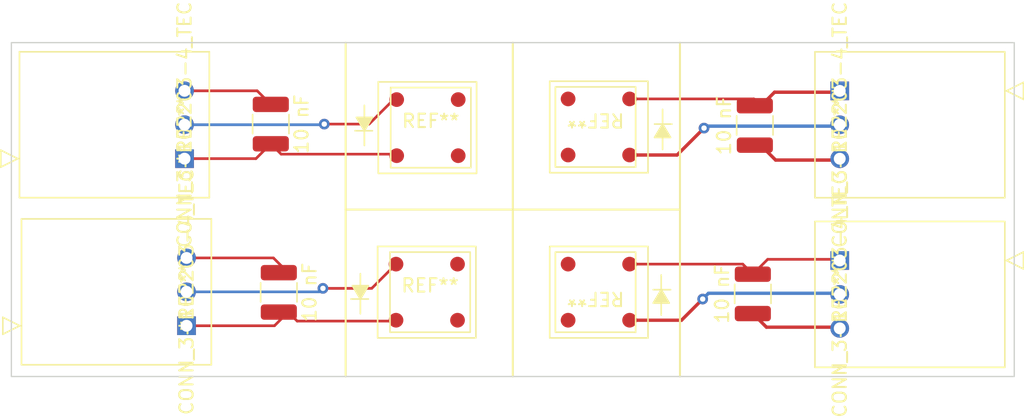
<source format=kicad_pcb>
(kicad_pcb (version 20211014) (generator pcbnew)
  (layers (0 "F.Cu" signal) (31 "B.Cu" signal) (34 "B.Paste" user) (35 "F.Paste" user) (36 "B.SilkS" user "B.Silkscreen") (37 "F.SilkS" user "F.Silkscreen") (38 "B.Mask" user) (39 "F.Mask" user) (44 "Edge.Cuts" user))
  (net 0 "")
  (footprint "AMPMODU:3-102203-4" (layer "F.Cu") (at 87.9501 58.6875 90)
    (fp_text reference "REF**" (at 2.54 0 90) (layer "F.SilkS"))
    (fp_text value "CONN_3-102203-4_TEC" (at 2.54 0 90) (layer "F.SilkS"))
    (fp_text user "*" (at 0 0 90) (layer "F.SilkS"))
    (fp_line (start 0.635 -13.7414) (end 0 -12.4714) (layer "F.SilkS") (width 0.12))
    (fp_line (start 8.001 1.8542) (end 8.001 -12.3444) (layer "F.SilkS") (width 0.12))
    (fp_line (start 0 -12.4714) (end -0.635 -13.7414) (layer "F.SilkS") (width 0.12))
    (fp_line (start -2.921 1.8542) (end 8.001 1.8542) (layer "F.SilkS") (width 0.12))
    (fp_line (start -2.921 -12.3444) (end -2.921 1.8542) (layer "F.SilkS") (width 0.12))
    (fp_line (start 8.001 -12.3444) (end -2.921 -12.3444) (layer "F.SilkS") (width 0.12))
    (fp_line (start -0.635 -13.7414) (end 0.635 -13.7414) (layer "F.SilkS") (width 0.12))
    (pad "1" thru_hole rect locked (at 0 0 90) (size 1.397 1.397) (drill 0.889) (layers *.Cu *.Mask))
    (pad "2" thru_hole circle locked (at 2.54 0 90) (size 1.397 1.397) (drill 0.889) (layers *.Cu *.Mask))
    (pad "3" thru_hole circle locked (at 5.08 0 90) (size 1.397 1.397) (drill 0.889) (layers *.Cu *.Mask))
  )
  (footprint "SiPM:S13360-6025PE" (layer "F.Cu") (at 106.3151 68.6849)
    (fp_text reference "REF**" (at 0 -0.5 unlocked) (layer "F.SilkS"))
    (fp_text value "S13360-6025PE")
    (fp_rect (start -3.925 -3.425) (end 3.425 3.425) (layer "F.SilkS") (width 0.12) (fill none))
    (fp_rect (start -3 -3) (end 3 3) (layer "F.SilkS") (width 0.12) (fill none))
    (pad "1" smd circle (at 2.05 -2.1) (size 1.1 1.1) (layers "F.Cu" "F.Paste" "F.Mask"))
    (pad "2" smd circle (at -2.55 -2.1) (size 1.1 1.1) (layers "F.Cu" "F.Paste" "F.Mask"))
    (pad "3" smd circle (at -2.55 2.1) (size 1.1 1.1) (layers "F.Cu" "F.Paste" "F.Mask"))
    (pad "4" smd circle (at 2.05 2.1) (size 1.1 1.1) (layers "F.Cu" "F.Paste" "F.Mask"))
  )
  (footprint "AMPMODU:3-102203-4" (layer "F.Cu") (at 136.9499 53.6125 -90)
    (fp_text reference "REF**" (at 2.54 0 90) (layer "F.SilkS"))
    (fp_text value "CONN_3-102203-4_TEC" (at 2.54 0 90) (layer "F.SilkS"))
    (fp_text user "*" (at 0 0 90) (layer "F.SilkS"))
    (fp_line (start 0.635 -13.7414) (end 0 -12.4714) (layer "F.SilkS") (width 0.12))
    (fp_line (start 8.001 1.8542) (end 8.001 -12.3444) (layer "F.SilkS") (width 0.12))
    (fp_line (start 0 -12.4714) (end -0.635 -13.7414) (layer "F.SilkS") (width 0.12))
    (fp_line (start -2.921 1.8542) (end 8.001 1.8542) (layer "F.SilkS") (width 0.12))
    (fp_line (start -2.921 -12.3444) (end -2.921 1.8542) (layer "F.SilkS") (width 0.12))
    (fp_line (start 8.001 -12.3444) (end -2.921 -12.3444) (layer "F.SilkS") (width 0.12))
    (fp_line (start -0.635 -13.7414) (end 0.635 -13.7414) (layer "F.SilkS") (width 0.12))
    (pad "1" thru_hole rect locked (at 0 0 270) (size 1.397 1.397) (drill 0.889) (layers *.Cu *.Mask))
    (pad "2" thru_hole circle locked (at 2.54 0 270) (size 1.397 1.397) (drill 0.889) (layers *.Cu *.Mask))
    (pad "3" thru_hole circle locked (at 5.08 0 270) (size 1.397 1.397) (drill 0.889) (layers *.Cu *.Mask))
  )
  (footprint "SiPM:S13360-6025PE" (layer "F.Cu") (at 106.3651 56.3651)
    (fp_text reference "REF**" (at 0 -0.5 unlocked) (layer "F.SilkS"))
    (fp_text value "S13360-6025PE")
    (fp_rect (start -3.925 -3.425) (end 3.425 3.425) (layer "F.SilkS") (width 0.12) (fill none))
    (fp_rect (start -3 -3) (end 3 3) (layer "F.SilkS") (width 0.12) (fill none))
    (pad "1" smd circle (at 2.05 -2.1) (size 1.1 1.1) (layers "F.Cu" "F.Paste" "F.Mask"))
    (pad "2" smd circle (at -2.55 -2.1) (size 1.1 1.1) (layers "F.Cu" "F.Paste" "F.Mask"))
    (pad "3" smd circle (at -2.55 2.1) (size 1.1 1.1) (layers "F.Cu" "F.Paste" "F.Mask"))
    (pad "4" smd circle (at 2.05 2.1) (size 1.1 1.1) (layers "F.Cu" "F.Paste" "F.Mask"))
  )
  (footprint "SiPM:S13360-6025PE" (layer "F.Cu") (at 118.6849 56.3151 180)
    (fp_text reference "REF**" (at 0 0.5 180 unlocked) (layer "F.SilkS"))
    (fp_text value "S13360-6025PE")
    (fp_rect (start -3.925 -3.425) (end 3.425 3.425) (layer "F.SilkS") (width 0.12) (fill none))
    (fp_rect (start -3 -3) (end 3 3) (layer "F.SilkS") (width 0.12) (fill none))
    (pad "1" smd circle (at 2.05 -2.1 180) (size 1.1 1.1) (layers "F.Cu" "F.Paste" "F.Mask"))
    (pad "2" smd circle (at -2.55 -2.1 180) (size 1.1 1.1) (layers "F.Cu" "F.Paste" "F.Mask"))
    (pad "3" smd circle (at -2.55 2.1 180) (size 1.1 1.1) (layers "F.Cu" "F.Paste" "F.Mask"))
    (pad "4" smd circle (at 2.05 2.1 180) (size 1.1 1.1) (layers "F.Cu" "F.Paste" "F.Mask"))
  )
  (footprint "Capacitor_SMD:C_1210_3225Metric" (layer "F.Cu") (at 130.6 56.2 90)
    (fp_text reference "10 nF" (at 0 -2.3 90) (layer "F.SilkS"))
    (fp_text value "C_1210_3225Metric")
    (fp_line (start -0.711252 -1.36) (end 0.711252 -1.36) (layer "F.SilkS") (width 0.12))
    (fp_line (start -0.711252 1.36) (end 0.711252 1.36) (layer "F.SilkS") (width 0.12))
    (pad "1" smd roundrect (at -1.475 0 90) (size 1.15 2.7) (layers "F.Cu" "F.Paste" "F.Mask") (roundrect_rratio 0.2173913043))
    (pad "2" smd roundrect (at 1.475 0 90) (size 1.15 2.7) (layers "F.Cu" "F.Paste" "F.Mask") (roundrect_rratio 0.2173913043))
  )
  (footprint "Capacitor_SMD:C_1210_3225Metric" (layer "F.Cu") (at 95 68.7 -90)
    (fp_text reference "10 nF" (at 0 -2.3 90) (layer "F.SilkS"))
    (fp_text value "C_1210_3225Metric")
    (fp_line (start -0.711252 -1.36) (end 0.711252 -1.36) (layer "F.SilkS") (width 0.12))
    (fp_line (start -0.711252 1.36) (end 0.711252 1.36) (layer "F.SilkS") (width 0.12))
    (pad "1" smd roundrect (at -1.475 0 270) (size 1.15 2.7) (layers "F.Cu" "F.Paste" "F.Mask") (roundrect_rratio 0.2173913043))
    (pad "2" smd roundrect (at 1.475 0 270) (size 1.15 2.7) (layers "F.Cu" "F.Paste" "F.Mask") (roundrect_rratio 0.2173913043))
  )
  (footprint "AMPMODU:3-102203-4" (layer "F.Cu") (at 136.9499 66.3125 -90)
    (fp_text reference "REF**" (at 2.54 0 90) (layer "F.SilkS"))
    (fp_text value "CONN_3-102203-4_TEC" (at 2.54 0 90) (layer "F.SilkS"))
    (fp_text user "*" (at 0 0 90) (layer "F.SilkS"))
    (fp_line (start 0.635 -13.7414) (end 0 -12.4714) (layer "F.SilkS") (width 0.12))
    (fp_line (start 8.001 1.8542) (end 8.001 -12.3444) (layer "F.SilkS") (width 0.12))
    (fp_line (start 0 -12.4714) (end -0.635 -13.7414) (layer "F.SilkS") (width 0.12))
    (fp_line (start -2.921 1.8542) (end 8.001 1.8542) (layer "F.SilkS") (width 0.12))
    (fp_line (start -2.921 -12.3444) (end -2.921 1.8542) (layer "F.SilkS") (width 0.12))
    (fp_line (start 8.001 -12.3444) (end -2.921 -12.3444) (layer "F.SilkS") (width 0.12))
    (fp_line (start -0.635 -13.7414) (end 0.635 -13.7414) (layer "F.SilkS") (width 0.12))
    (pad "1" thru_hole rect locked (at 0 0 270) (size 1.397 1.397) (drill 0.889) (layers *.Cu *.Mask))
    (pad "2" thru_hole circle locked (at 2.54 0 270) (size 1.397 1.397) (drill 0.889) (layers *.Cu *.Mask))
    (pad "3" thru_hole circle locked (at 5.08 0 270) (size 1.397 1.397) (drill 0.889) (layers *.Cu *.Mask))
  )
  (footprint "AMPMODU:3-102203-4" (layer "F.Cu") (at 88.1 71.2 90)
    (fp_text reference "REF**" (at 2.54 0 90) (layer "F.SilkS"))
    (fp_text value "CONN_3-102203-4_TEC" (at 2.54 0 90) (layer "F.SilkS"))
    (fp_text user "*" (at 0 0 90) (layer "F.SilkS"))
    (fp_line (start 0.635 -13.7414) (end 0 -12.4714) (layer "F.SilkS") (width 0.12))
    (fp_line (start 8.001 1.8542) (end 8.001 -12.3444) (layer "F.SilkS") (width 0.12))
    (fp_line (start 0 -12.4714) (end -0.635 -13.7414) (layer "F.SilkS") (width 0.12))
    (fp_line (start -2.921 1.8542) (end 8.001 1.8542) (layer "F.SilkS") (width 0.12))
    (fp_line (start -2.921 -12.3444) (end -2.921 1.8542) (layer "F.SilkS") (width 0.12))
    (fp_line (start 8.001 -12.3444) (end -2.921 -12.3444) (layer "F.SilkS") (width 0.12))
    (fp_line (start -0.635 -13.7414) (end 0.635 -13.7414) (layer "F.SilkS") (width 0.12))
    (pad "1" thru_hole rect locked (at 0 0 90) (size 1.397 1.397) (drill 0.889) (layers *.Cu *.Mask))
    (pad "2" thru_hole circle locked (at 2.54 0 90) (size 1.397 1.397) (drill 0.889) (layers *.Cu *.Mask))
    (pad "3" thru_hole circle locked (at 5.08 0 90) (size 1.397 1.397) (drill 0.889) (layers *.Cu *.Mask))
  )
  (footprint "Symbol:diode_direction" (layer "F.Cu") (at 123.6 68.9 -90)
    (fp_text reference "REF**" hide)
    (fp_text value "diode_direction" hide)
    (fp_line (start -1.5 0) (end 1.5 0) (layer "F.SilkS") (width 0.12))
    (fp_line (start -0.4 0.6) (end -0.4 -0.7) (layer "F.SilkS") (width 0.12))
    (fp_poly (pts (xy -0.4 0) (xy 0.6 0.6) (xy 0.6 -0.6)) (layer "F.SilkS") (width 0.12) (fill solid))
  )
  (footprint "SiPM:S13360-6025PE" (layer "F.Cu") (at 118.6849 68.6849 180)
    (fp_text reference "REF**" (at 0 -0.5 180 unlocked) (layer "F.SilkS"))
    (fp_text value "S13360-6025PE")
    (fp_rect (start -3 -3) (end 3 3) (layer "F.SilkS") (width 0.12) (fill none))
    (fp_rect (start -3.925 -3.425) (end 3.425 3.425) (layer "F.SilkS") (width 0.12) (fill none))
    (pad "1" smd circle (at 2.05 -2.1 180) (size 1.1 1.1) (layers "F.Cu" "F.Paste" "F.Mask"))
    (pad "2" smd circle (at -2.55 -2.1 180) (size 1.1 1.1) (layers "F.Cu" "F.Paste" "F.Mask"))
    (pad "3" smd circle (at -2.55 2.1 180) (size 1.1 1.1) (layers "F.Cu" "F.Paste" "F.Mask"))
    (pad "4" smd circle (at 2.05 2.1 180) (size 1.1 1.1) (layers "F.Cu" "F.Paste" "F.Mask"))
  )
  (footprint "Symbol:diode_direction" (layer "F.Cu") (at 123.7 56.5 -90)
    (fp_text reference "REF**" hide)
    (fp_text value "diode_direction" hide)
    (fp_line (start -1.5 0) (end 1.5 0) (layer "F.SilkS") (width 0.12))
    (fp_line (start -0.4 0.6) (end -0.4 -0.7) (layer "F.SilkS") (width 0.12))
    (fp_poly (pts (xy -0.4 0) (xy 0.6 0.6) (xy 0.6 -0.6)) (layer "F.SilkS") (width 0.12) (fill solid))
  )
  (footprint "Symbol:diode_direction" (layer "F.Cu") (at 101.1 68.8 90)
    (fp_text reference "REF**" hide)
    (fp_text value "diode_direction" hide)
    (fp_line (start -1.5 0) (end 1.5 0) (layer "F.SilkS") (width 0.12))
    (fp_line (start -0.4 0.6) (end -0.4 -0.7) (layer "F.SilkS") (width 0.12))
    (fp_poly (pts (xy -0.4 0) (xy 0.6 0.6) (xy 0.6 -0.6)) (layer "F.SilkS") (width 0.12) (fill solid))
  )
  (footprint "Capacitor_SMD:C_1210_3225Metric" (layer "F.Cu") (at 94.4 56.1 -90)
    (fp_text reference "10 nF" (at 0 -2.3 90) (layer "F.SilkS"))
    (fp_text value "C_1210_3225Metric")
    (fp_line (start -0.711252 -1.36) (end 0.711252 -1.36) (layer "F.SilkS") (width 0.12))
    (fp_line (start -0.711252 1.36) (end 0.711252 1.36) (layer "F.SilkS") (width 0.12))
    (pad "1" smd roundrect (at -1.475 0 270) (size 1.15 2.7) (layers "F.Cu" "F.Paste" "F.Mask") (roundrect_rratio 0.2173913043))
    (pad "2" smd roundrect (at 1.475 0 270) (size 1.15 2.7) (layers "F.Cu" "F.Paste" "F.Mask") (roundrect_rratio 0.2173913043))
  )
  (footprint "Capacitor_SMD:C_1210_3225Metric" (layer "F.Cu") (at 130.4499 68.8125 90)
    (fp_text reference "10 nF" (at 0 -2.3 90) (layer "F.SilkS"))
    (fp_text value "C_1210_3225Metric")
    (fp_line (start -0.711252 -1.36) (end 0.711252 -1.36) (layer "F.SilkS") (width 0.12))
    (fp_line (start -0.711252 1.36) (end 0.711252 1.36) (layer "F.SilkS") (width 0.12))
    (pad "1" smd roundrect (at -1.475 0 90) (size 1.15 2.7) (layers "F.Cu" "F.Paste" "F.Mask") (roundrect_rratio 0.2173913043))
    (pad "2" smd roundrect (at 1.475 0 90) (size 1.15 2.7) (layers "F.Cu" "F.Paste" "F.Mask") (roundrect_rratio 0.2173913043))
  )
  (footprint "Symbol:diode_direction" (layer "F.Cu") (at 101.4 56.2 90)
    (fp_text reference "REF**" hide)
    (fp_text value "diode_direction" hide)
    (fp_line (start -1.5 0) (end 1.5 0) (layer "F.SilkS") (width 0.12))
    (fp_line (start -0.4 0.6) (end -0.4 -0.7) (layer "F.SilkS") (width 0.12))
    (fp_poly (pts (xy -0.4 0) (xy 0.6 0.6) (xy 0.6 -0.6)) (layer "F.SilkS") (width 0.12) (fill solid))
  )
  (gr_line (start 112.5 62.5) (end 100 62.5) (layer "F.SilkS") (width 0.15))
  (gr_line (start 112.5 62.5) (end 125 62.5) (layer "F.SilkS") (width 0.15))
  (gr_line (start 112.5 62.5) (end 112.5 75) (layer "F.SilkS") (width 0.15))
  (gr_line (start 125 50) (end 125 75) (layer "F.SilkS") (width 0.15))
  (gr_line (start 100 50) (end 100 75) (layer "F.SilkS") (width 0.15))
  (gr_line (start 112.5 62.5) (end 112.5 50) (layer "F.SilkS") (width 0.15))
  (gr_rect (start 75 50) (end 150 75) (layer "Edge.Cuts") (width 0.1) (fill none))
  (segment (start 126.7 69.2) (end 125.1151 70.7849) (width 0.25) (layer "F.Cu") (net 0))
  (segment (start 103.7 70.85) (end 96.375 70.85) (width 0.2) (layer "F.Cu") (net 0))
  (segment (start 132.0749 53.7125) (end 131.0499 54.7375) (width 0.25) (layer "F.Cu") (net 0))
  (segment (start 131.0499 57.6875) (end 132.1549 58.7925) (width 0.25) (layer "F.Cu") (net 0))
  (segment (start 131.5624 66.225) (end 136.8624 66.225) (width 0.2) (layer "F.Cu") (net 0))
  (segment (start 136.8499 53.7125) (end 132.0749 53.7125) (width 0.25) (layer "F.Cu") (net 0))
  (segment (start 94.4 57.575) (end 93.2875 58.6875) (width 0.2) (layer "F.Cu") (net 0))
  (segment (start 124.7849 58.4151) (end 121.2349 58.4151) (width 0.25) (layer "F.Cu") (net 0))
  (segment (start 121.2349 54.2151) (end 130.5275 54.2151) (width 0.2) (layer "F.Cu") (net 0))
  (segment (start 129.6973 66.5849) (end 130.4499 67.3375) (width 0.2) (layer "F.Cu") (net 0))
  (segment (start 96.375 70.85) (end 95.7 70.175) (width 0.2) (layer "F.Cu") (net 0))
  (segment (start 101.95 68.4) (end 103.7 66.65) (width 0.2) (layer "F.Cu") (net 0))
  (segment (start 95.7 67.225) (end 94.595 66.12) (width 0.2) (layer "F.Cu") (net 0))
  (segment (start 136.9499 71.3925) (end 136.8624 71.305) (width 0.25) (layer "F.Cu") (net 0))
  (segment (start 101.75 56.1) (end 103.7 54.15) (width 0.2) (layer "F.Cu") (net 0))
  (segment (start 136.8624 66.225) (end 136.9499 66.3125) (width 0.2) (layer "F.Cu") (net 0))
  (segment (start 95.7 70.175) (end 94.675 71.2) (width 0.2) (layer "F.Cu") (net 0))
  (segment (start 94.4 57.575) (end 95.175 58.35) (width 0.2) (layer "F.Cu") (net 0))
  (segment (start 136.8499 58.7925) (end 136.9499 58.6925) (width 0.25) (layer "F.Cu") (net 0))
  (segment (start 136.8624 71.305) (end 131.4674 71.305) (width 0.25) (layer "F.Cu") (net 0))
  (segment (start 136.9499 53.6125) (end 136.8499 53.7125) (width 0.25) (layer "F.Cu") (net 0))
  (segment (start 131.4674 71.305) (end 130.4499 70.2875) (width 0.25) (layer "F.Cu") (net 0))
  (segment (start 125.1151 70.7849) (end 121.2349 70.7849) (width 0.25) (layer "F.Cu") (net 0))
  (segment (start 121.2349 66.5849) (end 129.6973 66.5849) (width 0.2) (layer "F.Cu") (net 0))
  (segment (start 94.675 71.2) (end 88.1 71.2) (width 0.2) (layer "F.Cu") (net 0))
  (segment (start 130.4499 67.3375) (end 131.5624 66.225) (width 0.2) (layer "F.Cu") (net 0))
  (segment (start 130.5275 54.2151) (end 131.0499 54.7375) (width 0.2) (layer "F.Cu") (net 0))
  (segment (start 94.595 66.12) (end 88.1 66.12) (width 0.2) (layer "F.Cu") (net 0))
  (segment (start 93.2875 58.6875) (end 87.9501 58.6875) (width 0.2) (layer "F.Cu") (net 0))
  (segment (start 98.4 56.1) (end 101.75 56.1) (width 0.2) (layer "F.Cu") (net 0))
  (segment (start 93.3825 53.6075) (end 87.9501 53.6075) (width 0.2) (layer "F.Cu") (net 0))
  (segment (start 94.4 54.625) (end 93.3825 53.6075) (width 0.2) (layer "F.Cu") (net 0))
  (segment (start 132.1549 58.7925) (end 136.8499 58.7925) (width 0.25) (layer "F.Cu") (net 0))
  (segment (start 98.3 68.4) (end 101.95 68.4) (width 0.2) (layer "F.Cu") (net 0))
  (segment (start 95.175 58.35) (end 103.7 58.35) (width 0.2) (layer "F.Cu") (net 0))
  (segment (start 126.8 56.4) (end 124.7849 58.4151) (width 0.25) (layer "F.Cu") (net 0))
  (via (at 98.3 68.4) (size 0.8) (drill 0.4) (layers "F.Cu" "B.Cu") (net 0))
  (via (at 98.4 56.1) (size 0.8) (drill 0.4) (layers "F.Cu" "B.Cu") (net 0))
  (via (at 126.7 69.2) (size 0.8) (drill 0.4) (layers "F.Cu" "B.Cu") (net 0))
  (via (at 126.8 56.4) (size 0.8) (drill 0.4) (layers "F.Cu" "B.Cu") (net 0))
  (segment (start 136.4998 68.765) (end 127.135 68.765) (width 0.25) (layer "B.Cu") (net 0))
  (segment (start 98.3525 56.1475) (end 87.9501 56.1475) (width 0.2) (layer "B.Cu") (net 0))
  (segment (start 98.04 68.66) (end 88.1 68.66) (width 0.2) (layer "B.Cu") (net 0))
  (segment (start 126.9475 56.2525) (end 126.8 56.4) (width 0.25) (layer "B.Cu") (net 0))
  (segment (start 98.4 56.1) (end 98.3525 56.1475) (width 0.2) (layer "B.Cu") (net 0))
  (segment (start 98.3 68.4) (end 98.04 68.66) (width 0.2) (layer "B.Cu") (net 0))
  (segment (start 127.135 68.765) (end 126.7 69.2) (width 0.25) (layer "B.Cu") (net 0))
  (segment (start 136.3499 56.2525) (end 126.9475 56.2525) (width 0.25) (layer "B.Cu") (net 0))
)
</source>
